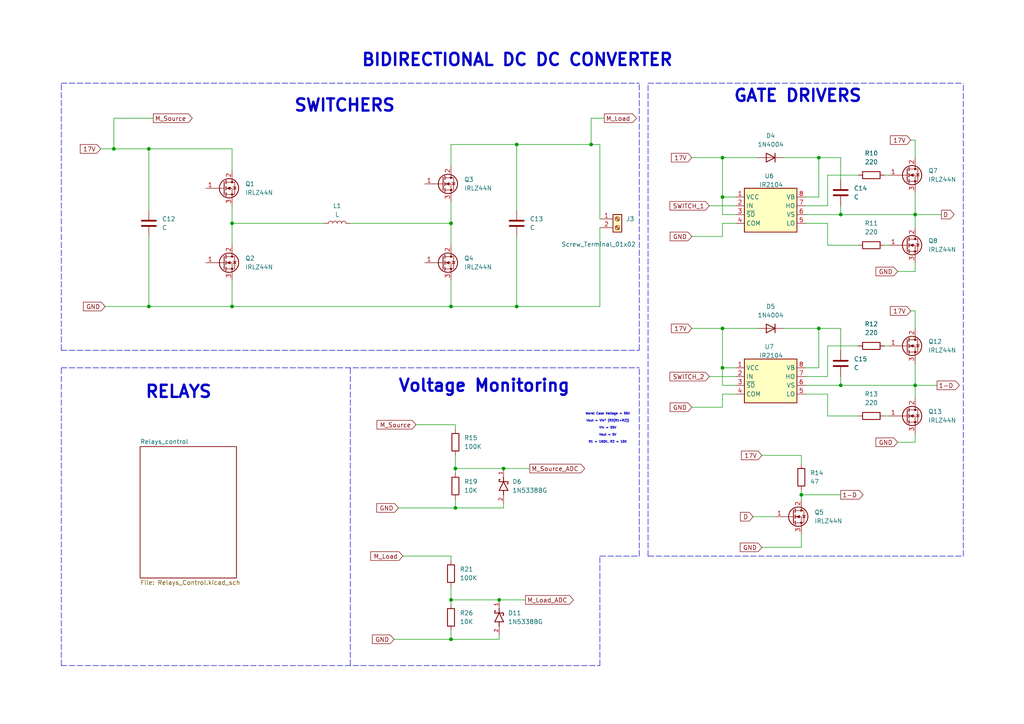
<source format=kicad_sch>
(kicad_sch (version 20250114) (generator "eeschema") (generator_version "9.0")
  (paper "A4")
  (title_block (title "BIDIRECTIONAL DC DC CONVERTER"))
  (lib_symbols
    (symbol "1N5338B:1N5338BG" (pin_names (offset 1.016))
      (property "Reference" "D" (at -5.08 2.54 0))
      (property "Value" "1N5338BG" (at -5.08 -3.81 0))
      (symbol "1N5338BG_0_0"
        (polyline (pts (xy -2.54 0) (xy -1.27 0)) (stroke (width 0.254)))
        (polyline (pts (xy -1.27 1.27) (xy -1.27 0)) (stroke (width 0.254)))
        (polyline (pts (xy -1.27 0) (xy -1.27 -1.27)) (stroke (width 0.254)))
        (polyline (pts (xy -1.27 -1.27) (xy 1.27 0)) (stroke (width 0.254)))
        (polyline (pts (xy 0.635 -1.016) (xy 0.635 -1.27)) (stroke (width 0.254)))
        (polyline (pts (xy 1.27 1.27) (xy 1.27 0)) (stroke (width 0.254)))
        (polyline (pts (xy 1.27 0) (xy -1.27 1.27)) (stroke (width 0.254)))
        (polyline (pts (xy 1.27 0) (xy 1.27 -1.27)) (stroke (width 0.254)))
        (polyline (pts (xy 1.27 -1.27) (xy 0.635 -1.27)) (stroke (width 0.254)))
        (polyline (pts (xy 1.905 1.27) (xy 1.27 1.27)) (stroke (width 0.254)))
        (polyline (pts (xy 1.905 1.27) (xy 1.905 1.016)) (stroke (width 0.254)))
        (polyline (pts (xy 2.54 0) (xy 1.27 0)) (stroke (width 0.254)))
        (pin passive line (at -5.08 0 0) (length 2.54) (name "~") (number "2"))
        (pin passive line (at 5.08 0 180) (length 2.54) (name "~") (number "1"))
      )
    )
    (symbol "Connector:Screw_Terminal_01x02" (pin_names (offset 1.016) (hide yes))
      (property "Reference" "J" (at 0 2.54 0))
      (property "Value" "Screw_Terminal_01x02" (at 0 -5.08 0))
      (symbol "Screw_Terminal_01x02_1_1"
        (rectangle (start -1.27 1.27) (end 1.27 -3.81) (stroke (width 0.254)) (fill (type background)))
        (polyline (pts (xy -0.5334 0.3302) (xy 0.3302 -0.508)) (stroke (width 0.1524)))
        (polyline (pts (xy -0.5334 -2.2098) (xy 0.3302 -3.048)) (stroke (width 0.1524)))
        (polyline (pts (xy -0.3556 0.508) (xy 0.508 -0.3302)) (stroke (width 0.1524)))
        (polyline (pts (xy -0.3556 -2.032) (xy 0.508 -2.8702)) (stroke (width 0.1524)))
        (circle (center 0 0) (radius 0.635) (stroke (width 0.1524)))
        (circle (center 0 -2.54) (radius 0.635) (stroke (width 0.1524)))
        (pin passive line (at -5.08 0 0) (length 3.81) (name "Pin_1") (number "1"))
        (pin passive line (at -5.08 -2.54 0) (length 3.81) (name "Pin_2") (number "2"))
      )
    )
    (symbol "Device:C" (pin_numbers (hide yes)) (pin_names (offset 0.254))
      (property "Reference" "C" (at 0.635 2.54 0))
      (property "Value" "C" (at 0.635 -2.54 0))
      (symbol "C_0_1"
        (polyline (pts (xy -2.032 0.762) (xy 2.032 0.762)) (stroke (width 0.508)))
        (polyline (pts (xy -2.032 -0.762) (xy 2.032 -0.762)) (stroke (width 0.508)))
      )
      (symbol "C_1_1"
        (pin passive line (at 0 3.81 270) (length 2.794) (name "~") (number "1"))
        (pin passive line (at 0 -3.81 90) (length 2.794) (name "~") (number "2"))
      )
    )
    (symbol "Device:L" (pin_numbers (hide yes)) (pin_names (offset 1.016) (hide yes))
      (property "Reference" "L" (at -1.27 0 90))
      (property "Value" "L" (at 1.905 0 90))
      (symbol "L_0_1"
        (arc (start 0 2.54) (mid 0.6323 1.905) (end 0 1.27))
        (arc (start 0 1.27) (mid 0.6323 0.635) (end 0 0))
        (arc (start 0 0) (mid 0.6323 -0.635) (end 0 -1.27))
        (arc (start 0 -1.27) (mid 0.6323 -1.905) (end 0 -2.54))
      )
      (symbol "L_1_1"
        (pin passive line (at 0 3.81 270) (length 1.27) (name "1") (number "1"))
        (pin passive line (at 0 -3.81 90) (length 1.27) (name "2") (number "2"))
      )
    )
    (symbol "Device:R" (pin_numbers (hide yes)) (pin_names (offset 0))
      (property "Reference" "R" (at 2.032 0 90))
      (property "Value" "R" (at 0 0 90))
      (symbol "R_0_1"
        (rectangle (start -1.016 -2.54) (end 1.016 2.54) (stroke (width 0.254)))
      )
      (symbol "R_1_1"
        (pin passive line (at 0 3.81 270) (length 1.27) (name "~") (number "1"))
        (pin passive line (at 0 -3.81 90) (length 1.27) (name "~") (number "2"))
      )
    )
    (symbol "Diode:1N4004" (pin_numbers (hide yes)) (pin_names (hide yes))
      (property "Reference" "D" (at 0 2.54 0))
      (property "Value" "1N4004" (at 0 -2.54 0))
      (symbol "1N4004_0_1"
        (polyline (pts (xy -1.27 1.27) (xy -1.27 -1.27)) (stroke (width 0.254)))
        (polyline (pts (xy 1.27 1.27) (xy 1.27 -1.27) (xy -1.27 0) (xy 1.27 1.27)) (stroke (width 0.254)))
        (polyline (pts (xy 1.27 0) (xy -1.27 0)))
      )
      (symbol "1N4004_1_1"
        (pin passive line (at -3.81 0 0) (length 2.54) (name "K") (number "1"))
        (pin passive line (at 3.81 0 180) (length 2.54) (name "A") (number "2"))
      )
    )
    (symbol "IR2104_2"
      (property "Reference" "U6" (at -0.508 3.556 0))
      (property "Value" "IR2104" (at -2.032 1.016 0))
      (symbol "IR2104_2_0_1"
        (rectangle (start -6.35 0) (end 8.89 -12.7) (stroke (width 0.254)) (fill (type background)))
      )
      (symbol "IR2104_2_1_1"
        (pin power_in line (at -8.89 -2.54 0) (length 2.54) (name "VCC") (number "1"))
        (pin input line (at -8.89 -5.08 0) (length 2.54) (name "IN") (number "2"))
        (pin input line (at -8.89 -7.62 0) (length 2.54) (name "~{SD}") (number "3"))
        (pin power_in line (at -8.89 -10.16 0) (length 2.54) (name "COM") (number "4"))
        (pin passive line (at 11.43 -2.54 180) (length 2.54) (name "VB") (number "8"))
        (pin output line (at 11.43 -5.08 180) (length 2.54) (name "HO") (number "7"))
        (pin passive line (at 11.43 -7.62 180) (length 2.54) (name "VS") (number "6"))
        (pin output line (at 11.43 -10.16 180) (length 2.54) (name "LO") (number "5"))
      )
    )
    (symbol "Transistor_FET:IRLZ44N" (pin_names (hide yes))
      (property "Reference" "Q" (at 5.08 1.905 0))
      (property "Value" "IRLZ44N" (at 5.08 0 0))
      (symbol "IRLZ44N_0_1"
        (polyline (pts (xy 0.254 1.905) (xy 0.254 -1.905)) (stroke (width 0.254)))
        (polyline (pts (xy 0.254 0) (xy -2.54 0)))
        (polyline (pts (xy 0.762 2.286) (xy 0.762 1.27)) (stroke (width 0.254)))
        (polyline (pts (xy 0.762 0.508) (xy 0.762 -0.508)) (stroke (width 0.254)))
        (polyline (pts (xy 0.762 -1.27) (xy 0.762 -2.286)) (stroke (width 0.254)))
        (polyline (pts (xy 0.762 -1.778) (xy 3.302 -1.778) (xy 3.302 1.778) (xy 0.762 1.778)))
        (polyline (pts (xy 1.016 0) (xy 2.032 0.381) (xy 2.032 -0.381) (xy 1.016 0)) (fill (type outline)))
        (circle (center 1.651 0) (radius 2.794) (stroke (width 0.254)))
        (polyline (pts (xy 2.54 2.54) (xy 2.54 1.778)))
        (circle (center 2.54 1.778) (radius 0.254) (fill (type outline)))
        (circle (center 2.54 -1.778) (radius 0.254) (fill (type outline)))
        (polyline (pts (xy 2.54 -2.54) (xy 2.54 0) (xy 0.762 0)))
        (polyline (pts (xy 2.794 0.508) (xy 2.921 0.381) (xy 3.683 0.381) (xy 3.81 0.254)))
        (polyline (pts (xy 3.302 0.381) (xy 2.921 -0.254) (xy 3.683 -0.254) (xy 3.302 0.381)))
      )
      (symbol "IRLZ44N_1_1"
        (pin input line (at -5.08 0 0) (length 2.54) (name "G") (number "1"))
        (pin passive line (at 2.54 5.08 270) (length 2.54) (name "D") (number "2"))
        (pin passive line (at 2.54 -5.08 90) (length 2.54) (name "S") (number "3"))
      )
    )
  )
  (text "BIDIRECTIONAL DC DC CONVERTER" (at 104.648 19.558 0) (effects (font (size 3.5 3.5) (thickness 0.7) (bold yes)) (justify left bottom)))
  (text "RELAYS" (at 41.91 115.824 0) (effects (font (size 3.5 3.5) (thickness 0.7) (bold yes)) (justify left bottom)))
  (text "GATE DRIVERS\n" (at 212.598 29.972 0) (effects (font (size 3.5 3.5) (thickness 0.7) (bold yes)) (justify left bottom)))
  (text "Voltage Monitoring" (at 115.316 114.046 0) (effects (font (size 3.5 3.5) (thickness 0.7) (bold yes)) (justify left bottom)))
  (text "SWITCHERS" (at 85.09 32.766 0) (effects (font (size 3.5 3.5) (thickness 0.7) (bold yes)) (justify left bottom)))
  (text "Worst Case Voltage = 55V\n\nVout = Vin* (R2(R1+R2))\n\nVin = 55V\n\nVout = 5V\n\nR1 = 100K, R2 = 10K" (at 176.276 124.206 0) (effects (font (size 0.635 0.635))))
  (junction (at 130.81 88.9))
  (junction (at 67.31 64.77))
  (junction (at 265.43 62.23))
  (junction (at 243.84 111.76))
  (junction (at 130.81 64.77))
  (junction (at 67.31 88.9))
  (junction (at 43.18 43.18))
  (junction (at 149.86 88.9))
  (junction (at 130.81 173.99))
  (junction (at 171.45 41.91))
  (junction (at 237.49 95.25))
  (junction (at 146.05 135.89))
  (junction (at 43.18 88.9))
  (junction (at 132.08 135.89))
  (junction (at 149.86 41.91))
  (junction (at 209.55 95.25))
  (junction (at 33.02 43.18))
  (junction (at 237.49 45.72))
  (junction (at 209.55 45.72))
  (junction (at 209.55 106.68))
  (junction (at 265.43 111.76))
  (junction (at 232.41 143.51))
  (junction (at 209.55 57.15))
  (junction (at 130.81 185.42))
  (junction (at 132.08 147.32))
  (junction (at 144.78 173.99))
  (junction (at 243.84 62.23))
  (wire (pts (xy 233.68 57.15) (xy 237.49 57.15)))
  (wire (pts (xy 232.41 142.24) (xy 232.41 143.51)))
  (wire (pts (xy 44.45 34.29) (xy 33.02 34.29)))
  (wire (pts (xy 209.55 95.25) (xy 219.71 95.25)))
  (wire (pts (xy 209.55 114.3) (xy 209.55 118.11)))
  (wire (pts (xy 33.02 43.18) (xy 43.18 43.18)))
  (polyline (pts (xy 17.78 101.6) (xy 17.78 24.13)) (stroke (width 0) (type dash)))
  (wire (pts (xy 67.31 64.77) (xy 67.31 71.12)))
  (polyline (pts (xy 17.78 106.68) (xy 185.42 106.68)) (stroke (width 0) (type dash)))
  (wire (pts (xy 232.41 143.51) (xy 243.84 143.51)))
  (wire (pts (xy 43.18 68.58) (xy 43.18 88.9)))
  (wire (pts (xy 265.43 125.73) (xy 265.43 128.27)))
  (wire (pts (xy 240.03 50.8) (xy 248.92 50.8)))
  (wire (pts (xy 243.84 109.22) (xy 243.84 111.76)))
  (wire (pts (xy 149.86 88.9) (xy 130.81 88.9)))
  (wire (pts (xy 144.78 185.42) (xy 130.81 185.42)))
  (wire (pts (xy 132.08 123.19) (xy 120.65 123.19)))
  (wire (pts (xy 243.84 101.6) (xy 243.84 95.25)))
  (wire (pts (xy 130.81 64.77) (xy 130.81 71.12)))
  (wire (pts (xy 240.03 71.12) (xy 240.03 64.77)))
  (polyline (pts (xy 17.78 193.04) (xy 173.99 193.04)) (stroke (width 0) (type dash)))
  (wire (pts (xy 132.08 124.46) (xy 132.08 123.19)))
  (wire (pts (xy 205.74 59.69) (xy 213.36 59.69)))
  (wire (pts (xy 213.36 64.77) (xy 209.55 64.77)))
  (wire (pts (xy 256.54 100.33) (xy 257.81 100.33)))
  (wire (pts (xy 265.43 111.76) (xy 265.43 115.57)))
  (wire (pts (xy 144.78 184.15) (xy 144.78 185.42)))
  (wire (pts (xy 200.66 45.72) (xy 209.55 45.72)))
  (wire (pts (xy 114.3 185.42) (xy 130.81 185.42)))
  (polyline (pts (xy 17.78 101.6) (xy 185.42 101.6)) (stroke (width 0) (type dash)))
  (wire (pts (xy 248.92 71.12) (xy 240.03 71.12)))
  (wire (pts (xy 243.84 111.76) (xy 233.68 111.76)))
  (wire (pts (xy 213.36 111.76) (xy 209.55 111.76)))
  (wire (pts (xy 171.45 34.29) (xy 175.26 34.29)))
  (wire (pts (xy 243.84 52.07) (xy 243.84 45.72)))
  (wire (pts (xy 237.49 45.72) (xy 227.33 45.72)))
  (wire (pts (xy 256.54 71.12) (xy 257.81 71.12)))
  (wire (pts (xy 171.45 34.29) (xy 171.45 41.91)))
  (wire (pts (xy 146.05 135.89) (xy 153.67 135.89)))
  (wire (pts (xy 265.43 40.64) (xy 264.16 40.64)))
  (wire (pts (xy 240.03 59.69) (xy 240.03 50.8)))
  (wire (pts (xy 130.81 81.28) (xy 130.81 88.9)))
  (polyline (pts (xy 279.4 161.29) (xy 279.4 24.13)) (stroke (width 0) (type dash)))
  (wire (pts (xy 130.81 182.88) (xy 130.81 185.42)))
  (wire (pts (xy 43.18 43.18) (xy 67.31 43.18)))
  (wire (pts (xy 232.41 143.51) (xy 232.41 144.78)))
  (wire (pts (xy 233.68 59.69) (xy 240.03 59.69)))
  (wire (pts (xy 149.86 41.91) (xy 171.45 41.91)))
  (wire (pts (xy 132.08 135.89) (xy 132.08 137.16)))
  (polyline (pts (xy 17.78 24.13) (xy 185.42 24.13)) (stroke (width 0) (type dash)))
  (polyline (pts (xy 185.42 161.29) (xy 185.42 106.68)) (stroke (width 0) (type dash)))
  (wire (pts (xy 200.66 68.58) (xy 209.55 68.58)))
  (wire (pts (xy 130.81 88.9) (xy 67.31 88.9)))
  (wire (pts (xy 265.43 78.74) (xy 260.35 78.74)))
  (wire (pts (xy 243.84 95.25) (xy 237.49 95.25)))
  (wire (pts (xy 237.49 95.25) (xy 227.33 95.25)))
  (wire (pts (xy 243.84 59.69) (xy 243.84 62.23)))
  (wire (pts (xy 213.36 106.68) (xy 209.55 106.68)))
  (wire (pts (xy 209.55 64.77) (xy 209.55 68.58)))
  (wire (pts (xy 243.84 62.23) (xy 265.43 62.23)))
  (wire (pts (xy 200.66 118.11) (xy 209.55 118.11)))
  (wire (pts (xy 209.55 111.76) (xy 209.55 106.68)))
  (wire (pts (xy 67.31 88.9) (xy 67.31 81.28)))
  (wire (pts (xy 218.44 149.86) (xy 224.79 149.86)))
  (wire (pts (xy 265.43 90.17) (xy 264.16 90.17)))
  (wire (pts (xy 240.03 114.3) (xy 233.68 114.3)))
  (wire (pts (xy 67.31 64.77) (xy 93.98 64.77)))
  (wire (pts (xy 144.78 173.99) (xy 152.4 173.99)))
  (wire (pts (xy 265.43 128.27) (xy 260.35 128.27)))
  (wire (pts (xy 130.81 41.91) (xy 149.86 41.91)))
  (wire (pts (xy 243.84 62.23) (xy 233.68 62.23)))
  (wire (pts (xy 240.03 64.77) (xy 233.68 64.77)))
  (wire (pts (xy 209.55 106.68) (xy 209.55 95.25)))
  (wire (pts (xy 130.81 41.91) (xy 130.81 48.26)))
  (wire (pts (xy 67.31 59.69) (xy 67.31 64.77)))
  (wire (pts (xy 243.84 111.76) (xy 265.43 111.76)))
  (wire (pts (xy 132.08 144.78) (xy 132.08 147.32)))
  (wire (pts (xy 101.6 64.77) (xy 130.81 64.77)))
  (wire (pts (xy 116.84 161.29) (xy 130.81 161.29)))
  (wire (pts (xy 248.92 120.65) (xy 240.03 120.65)))
  (wire (pts (xy 265.43 95.25) (xy 265.43 90.17)))
  (polyline (pts (xy 187.96 24.13) (xy 279.4 24.13)) (stroke (width 0) (type dash)))
  (wire (pts (xy 146.05 147.32) (xy 132.08 147.32)))
  (wire (pts (xy 149.86 60.96) (xy 149.86 41.91)))
  (polyline (pts (xy 101.6 193.04) (xy 101.6 106.68)) (stroke (width 0) (type dash)))
  (polyline (pts (xy 17.78 193.04) (xy 17.78 106.68)) (stroke (width 0) (type dash)))
  (wire (pts (xy 173.99 66.04) (xy 173.99 88.9)))
  (wire (pts (xy 213.36 114.3) (xy 209.55 114.3)))
  (wire (pts (xy 265.43 111.76) (xy 271.78 111.76)))
  (wire (pts (xy 240.03 109.22) (xy 240.03 100.33)))
  (wire (pts (xy 132.08 135.89) (xy 146.05 135.89)))
  (wire (pts (xy 115.57 147.32) (xy 132.08 147.32)))
  (polyline (pts (xy 173.99 161.29) (xy 185.42 161.29)) (stroke (width 0) (type dash)))
  (wire (pts (xy 213.36 62.23) (xy 209.55 62.23)))
  (wire (pts (xy 43.18 60.96) (xy 43.18 43.18)))
  (wire (pts (xy 265.43 62.23) (xy 265.43 66.04)))
  (wire (pts (xy 240.03 100.33) (xy 248.92 100.33)))
  (wire (pts (xy 130.81 170.18) (xy 130.81 173.99)))
  (polyline (pts (xy 187.96 161.29) (xy 279.4 161.29)) (stroke (width 0) (type dash)))
  (wire (pts (xy 132.08 132.08) (xy 132.08 135.89)))
  (wire (pts (xy 67.31 43.18) (xy 67.31 49.53)))
  (wire (pts (xy 220.98 132.08) (xy 232.41 132.08)))
  (polyline (pts (xy 187.96 161.29) (xy 187.96 24.13)) (stroke (width 0) (type dash)))
  (wire (pts (xy 173.99 41.91) (xy 173.99 63.5)))
  (wire (pts (xy 237.49 106.68) (xy 237.49 95.25)))
  (wire (pts (xy 256.54 50.8) (xy 257.81 50.8)))
  (wire (pts (xy 232.41 158.75) (xy 220.98 158.75)))
  (wire (pts (xy 232.41 154.94) (xy 232.41 158.75)))
  (wire (pts (xy 130.81 162.56) (xy 130.81 161.29)))
  (wire (pts (xy 205.74 109.22) (xy 213.36 109.22)))
  (wire (pts (xy 29.21 43.18) (xy 33.02 43.18)))
  (wire (pts (xy 265.43 76.2) (xy 265.43 78.74)))
  (wire (pts (xy 265.43 55.88) (xy 265.43 62.23)))
  (polyline (pts (xy 185.42 101.6) (xy 185.42 24.13)) (stroke (width 0) (type dash)))
  (wire (pts (xy 233.68 106.68) (xy 237.49 106.68)))
  (wire (pts (xy 209.55 57.15) (xy 209.55 45.72)))
  (wire (pts (xy 213.36 57.15) (xy 209.55 57.15)))
  (wire (pts (xy 149.86 68.58) (xy 149.86 88.9)))
  (polyline (pts (xy 173.99 193.04) (xy 173.99 161.29)) (stroke (width 0) (type dash)))
  (wire (pts (xy 173.99 88.9) (xy 149.86 88.9)))
  (wire (pts (xy 265.43 62.23) (xy 273.05 62.23)))
  (wire (pts (xy 265.43 105.41) (xy 265.43 111.76)))
  (wire (pts (xy 200.66 95.25) (xy 209.55 95.25)))
  (wire (pts (xy 43.18 88.9) (xy 67.31 88.9)))
  (wire (pts (xy 240.03 120.65) (xy 240.03 114.3)))
  (wire (pts (xy 233.68 109.22) (xy 240.03 109.22)))
  (wire (pts (xy 130.81 173.99) (xy 144.78 173.99)))
  (wire (pts (xy 265.43 45.72) (xy 265.43 40.64)))
  (wire (pts (xy 209.55 62.23) (xy 209.55 57.15)))
  (wire (pts (xy 130.81 173.99) (xy 130.81 175.26)))
  (wire (pts (xy 256.54 120.65) (xy 257.81 120.65)))
  (wire (pts (xy 33.02 34.29) (xy 33.02 43.18)))
  (wire (pts (xy 232.41 132.08) (xy 232.41 134.62)))
  (wire (pts (xy 237.49 57.15) (xy 237.49 45.72)))
  (wire (pts (xy 209.55 45.72) (xy 219.71 45.72)))
  (wire (pts (xy 146.05 146.05) (xy 146.05 147.32)))
  (wire (pts (xy 30.48 88.9) (xy 43.18 88.9)))
  (wire (pts (xy 171.45 41.91) (xy 173.99 41.91)))
  (wire (pts (xy 130.81 58.42) (xy 130.81 64.77)))
  (wire (pts (xy 243.84 45.72) (xy 237.49 45.72)))
  (global_label "SWITCH_1" (shape input) (at 205.74 59.69 180) (property "Intersheetrefs" "${INTERSHEET_REFS}" (effects (hide yes))))
  (global_label "GND" (shape input) (at 260.35 128.27 180) (property "Intersheetrefs" "${INTERSHEET_REFS}" (effects (hide yes))))
  (global_label "17V" (shape input) (at 200.66 95.25 180) (property "Intersheetrefs" "${INTERSHEET_REFS}" (effects (hide yes))))
  (global_label "GND" (shape input) (at 30.48 88.9 180) (property "Intersheetrefs" "${INTERSHEET_REFS}" (effects (hide yes))))
  (global_label "SWITCH_2" (shape input) (at 205.74 109.22 180) (property "Intersheetrefs" "${INTERSHEET_REFS}" (effects (hide yes))))
  (global_label "GND" (shape input) (at 200.66 118.11 180) (property "Intersheetrefs" "${INTERSHEET_REFS}" (effects (hide yes))))
  (global_label "17V" (shape input) (at 264.16 40.64 180) (property "Intersheetrefs" "${INTERSHEET_REFS}" (effects (hide yes))))
  (global_label "GND" (shape input) (at 260.35 78.74 180) (property "Intersheetrefs" "${INTERSHEET_REFS}" (effects (hide yes))))
  (global_label "GND" (shape input) (at 114.3 185.42 180) (property "Intersheetrefs" "${INTERSHEET_REFS}" (effects (hide yes))))
  (global_label "M_Load_ADC" (shape output) (at 152.4 173.99 0) (property "Intersheetrefs" "${INTERSHEET_REFS}" (effects (hide yes))))
  (global_label "GND" (shape input) (at 200.66 68.58 180) (property "Intersheetrefs" "${INTERSHEET_REFS}" (effects (hide yes))))
  (global_label "17V" (shape input) (at 264.16 90.17 180) (property "Intersheetrefs" "${INTERSHEET_REFS}" (effects (hide yes))))
  (global_label "1-D" (shape output) (at 243.84 143.51 0) (property "Intersheetrefs" "${INTERSHEET_REFS}" (effects (hide yes))))
  (global_label "D" (shape output) (at 273.05 62.23 0) (property "Intersheetrefs" "${INTERSHEET_REFS}" (effects (hide yes))))
  (global_label "17V" (shape input) (at 200.66 45.72 180) (property "Intersheetrefs" "${INTERSHEET_REFS}" (effects (hide yes))))
  (global_label "D" (shape input) (at 218.44 149.86 180) (property "Intersheetrefs" "${INTERSHEET_REFS}" (effects (hide yes))))
  (global_label "M_Load" (shape output) (at 175.26 34.29 0) (property "Intersheetrefs" "${INTERSHEET_REFS}" (effects (hide yes))))
  (global_label "M_Source" (shape output) (at 44.45 34.29 0) (property "Intersheetrefs" "${INTERSHEET_REFS}" (effects (hide yes))))
  (global_label "17V" (shape input) (at 29.21 43.18 180) (property "Intersheetrefs" "${INTERSHEET_REFS}" (effects (hide yes))))
  (global_label "17V" (shape input) (at 220.98 132.08 180) (property "Intersheetrefs" "${INTERSHEET_REFS}" (effects (hide yes))))
  (global_label "GND" (shape input) (at 220.98 158.75 180) (property "Intersheetrefs" "${INTERSHEET_REFS}" (effects (hide yes))))
  (global_label "M_Load" (shape input) (at 116.84 161.29 180) (property "Intersheetrefs" "${INTERSHEET_REFS}" (effects (hide yes))))
  (global_label "1-D" (shape output) (at 271.78 111.76 0) (property "Intersheetrefs" "${INTERSHEET_REFS}" (effects (hide yes))))
  (global_label "M_Source" (shape input) (at 120.65 123.19 180) (property "Intersheetrefs" "${INTERSHEET_REFS}" (effects (hide yes))))
  (global_label "M_Source_ADC" (shape output) (at 153.67 135.89 0) (property "Intersheetrefs" "${INTERSHEET_REFS}" (effects (hide yes))))
  (global_label "GND" (shape input) (at 115.57 147.32 180) (property "Intersheetrefs" "${INTERSHEET_REFS}" (effects (hide yes))))
  (symbol (lib_id "Device:C") (at 149.86 64.77 0) (unit 1)
    (property "Reference" "C13" (at 153.67 63.4999 0) (effects (justify left)))
    (property "Value" "C" (at 153.67 66.0399 0) (effects (justify left)))
    (property "Description" "Unpolarized capacitor" (effects (hide yes)))
  )
  (symbol (lib_id "Transistor_FET:IRLZ44N") (at 262.89 71.12 0) (unit 1)
    (property "Reference" "Q8" (at 269.24 69.8499 0) (effects (justify left)))
    (property "Value" "IRLZ44N" (at 269.24 72.3899 0) (effects (justify left)))
    (property "Footprint" "Package_TO_SOT_THT:TO-220-3_Vertical" (effects (hide yes)))
    (property "Datasheet" "http://www.irf.com/product-info/datasheets/data/irlz44n.pdf" (effects (hide yes)))
    (property "Description" "47A Id, 55V Vds, 22mOhm Rds Single N-Channel HEXFET Power MOSFET, TO-220AB" (effects (hide yes)))
  )
  (symbol (lib_id "Device:R") (at 132.08 140.97 0) (unit 1)
    (property "Reference" "R19" (at 134.62 139.6999 0) (effects (justify left)))
    (property "Value" "10K" (at 134.62 142.2399 0) (effects (justify left)))
    (property "Description" "Resistor" (effects (hide yes)))
  )
  (symbol (lib_id "Device:L") (at 97.79 64.77 90) (unit 1)
    (property "Reference" "L1" (at 97.79 59.69 90))
    (property "Value" "L" (at 97.79 62.23 90))
    (property "Description" "Inductor" (effects (hide yes)))
  )
  (symbol (lib_id "Device:C") (at 243.84 55.88 0) (unit 1)
    (property "Reference" "C14" (at 247.65 54.6099 0) (effects (justify left)))
    (property "Value" "C" (at 247.65 57.1499 0) (effects (justify left)))
    (property "Description" "Unpolarized capacitor" (effects (hide yes)))
  )
  (symbol (lib_id "Device:R") (at 130.81 166.37 0) (unit 1)
    (property "Reference" "R21" (at 133.35 165.0999 0) (effects (justify left)))
    (property "Value" "100K" (at 133.35 167.6399 0) (effects (justify left)))
    (property "Description" "Resistor" (effects (hide yes)))
  )
  (symbol (lib_id "Device:R") (at 252.73 50.8 270) (unit 1)
    (property "Reference" "R10" (at 252.73 44.45 90))
    (property "Value" "220" (at 252.73 46.99 90))
    (property "Description" "Resistor" (effects (hide yes)))
  )
  (symbol (lib_id "Device:R") (at 130.81 179.07 0) (unit 1)
    (property "Reference" "R26" (at 133.35 177.7999 0) (effects (justify left)))
    (property "Value" "10K" (at 133.35 180.3399 0) (effects (justify left)))
    (property "Description" "Resistor" (effects (hide yes)))
  )
  (symbol (lib_id "Transistor_FET:IRLZ44N") (at 128.27 76.2 0) (unit 1)
    (property "Reference" "Q4" (at 134.62 74.9299 0) (effects (justify left)))
    (property "Value" "IRLZ44N" (at 134.62 77.4699 0) (effects (justify left)))
    (property "Footprint" "Package_TO_SOT_THT:TO-220-3_Vertical" (effects (hide yes)))
    (property "Datasheet" "http://www.irf.com/product-info/datasheets/data/irlz44n.pdf" (effects (hide yes)))
    (property "Description" "47A Id, 55V Vds, 22mOhm Rds Single N-Channel HEXFET Power MOSFET, TO-220AB" (effects (hide yes)))
  )
  (symbol (lib_id "Device:R") (at 132.08 128.27 0) (unit 1)
    (property "Reference" "R15" (at 134.62 126.9999 0) (effects (justify left)))
    (property "Value" "100K" (at 134.62 129.5399 0) (effects (justify left)))
    (property "Description" "Resistor" (effects (hide yes)))
  )
  (symbol (lib_id "Transistor_FET:IRLZ44N") (at 64.77 76.2 0) (unit 1)
    (property "Reference" "Q2" (at 71.12 74.9299 0) (effects (justify left)))
    (property "Value" "IRLZ44N" (at 71.12 77.4699 0) (effects (justify left)))
    (property "Footprint" "Package_TO_SOT_THT:TO-220-3_Vertical" (effects (hide yes)))
    (property "Datasheet" "http://www.irf.com/product-info/datasheets/data/irlz44n.pdf" (effects (hide yes)))
    (property "Description" "47A Id, 55V Vds, 22mOhm Rds Single N-Channel HEXFET Power MOSFET, TO-220AB" (effects (hide yes)))
  )
  (symbol (lib_id "1N5338B:1N5338BG") (at 144.78 179.07 90) (unit 1)
    (property "Reference" "D11" (at 147.32 177.7999 90) (effects (justify right)))
    (property "Value" "1N5338BG" (at 147.32 180.3399 90) (effects (justify right)))
    (property "Footprint" "1N5338BG:DIOAD1543W101L863D368" (effects (hide yes)))
    (property "MF" "ON Semiconductor" (effects (hide yes)))
    (property "MAXIMUM_PACKAGE_HEIGHT" "3.68mm" (effects (hide yes)))
    (property "Package" "AXIAL-2 ON Semiconductor" (effects (hide yes)))
    (property "Price" "None" (effects (hide yes)))
    (property "Check_prices" "https://www.snapeda.com/parts/1N5338BG/Onsemi/view-part/?ref=eda" (effects (hide yes)))
    (property "STANDARD" "IPC 7351B" (effects (hide yes)))
    (property "PARTREV" "O" (effects (hide yes)))
    (property "SnapEDA_Link" "https://www.snapeda.com/parts/1N5338BG/Onsemi/view-part/?ref=snap" (effects (hide yes)))
    (property "MP" "1N5338BG" (effects (hide yes)))
    (property "Description_1" "Diode Zener Single 5.1V 5% 5W 2-Pin Case 017AA-01 Bulk" (effects (hide yes)))
    (property "Availability" "In Stock" (effects (hide yes)))
    (property "MANUFACTURER" "Onsemi" (effects (hide yes)))
  )
  (symbol (lib_id "Device:R") (at 232.41 138.43 0) (unit 1)
    (property "Reference" "R14" (at 234.95 137.1599 0) (effects (justify left)))
    (property "Value" "47" (at 234.95 139.6999 0) (effects (justify left)))
    (property "Description" "Resistor" (effects (hide yes)))
  )
  (symbol (lib_id "Transistor_FET:IRLZ44N") (at 64.77 54.61 0) (unit 1)
    (property "Reference" "Q1" (at 71.12 53.3399 0) (effects (justify left)))
    (property "Value" "IRLZ44N" (at 71.12 55.8799 0) (effects (justify left)))
    (property "Footprint" "Package_TO_SOT_THT:TO-220-3_Vertical" (effects (hide yes)))
    (property "Datasheet" "http://www.irf.com/product-info/datasheets/data/irlz44n.pdf" (effects (hide yes)))
    (property "Description" "47A Id, 55V Vds, 22mOhm Rds Single N-Channel HEXFET Power MOSFET, TO-220AB" (effects (hide yes)))
  )
  (symbol (lib_id "Device:C") (at 43.18 64.77 0) (unit 1)
    (property "Reference" "C12" (at 46.99 63.4999 0) (effects (justify left)))
    (property "Value" "C" (at 46.99 66.0399 0) (effects (justify left)))
    (property "Description" "Unpolarized capacitor" (effects (hide yes)))
  )
  (symbol (lib_id "Diode:1N4004") (at 223.52 45.72 180) (unit 1)
    (property "Reference" "D4" (at 223.52 39.37 0))
    (property "Value" "1N4004" (at 223.52 41.91 0))
    (property "Footprint" "Diode_THT:D_DO-41_SOD81_P10.16mm_Horizontal" (effects (hide yes)))
    (property "Datasheet" "http://www.vishay.com/docs/88503/1n4001.pdf" (effects (hide yes)))
    (property "Description" "400V 1A General Purpose Rectifier Diode, DO-41" (effects (hide yes)))
    (property "Sim.Device" "D" (effects (hide yes)))
    (property "Sim.Pins" "1=K 2=A" (effects (hide yes)))
  )
  (symbol (lib_id "Device:R") (at 252.73 120.65 270) (unit 1)
    (property "Reference" "R13" (at 252.73 114.3 90))
    (property "Value" "220" (at 252.73 116.84 90))
    (property "Description" "Resistor" (effects (hide yes)))
  )
  (symbol (lib_id "Transistor_FET:IRLZ44N") (at 128.27 53.34 0) (unit 1)
    (property "Reference" "Q3" (at 134.62 52.0699 0) (effects (justify left)))
    (property "Value" "IRLZ44N" (at 134.62 54.6099 0) (effects (justify left)))
    (property "Footprint" "Package_TO_SOT_THT:TO-220-3_Vertical" (effects (hide yes)))
    (property "Datasheet" "http://www.irf.com/product-info/datasheets/data/irlz44n.pdf" (effects (hide yes)))
    (property "Description" "47A Id, 55V Vds, 22mOhm Rds Single N-Channel HEXFET Power MOSFET, TO-220AB" (effects (hide yes)))
  )
  (symbol (lib_id "Device:R") (at 252.73 100.33 270) (unit 1)
    (property "Reference" "R12" (at 252.73 93.98 90))
    (property "Value" "220" (at 252.73 96.52 90))
    (property "Description" "Resistor" (effects (hide yes)))
  )
  (symbol (lib_id "Device:R") (at 252.73 71.12 270) (unit 1)
    (property "Reference" "R11" (at 252.73 64.77 90))
    (property "Value" "220" (at 252.73 67.31 90))
    (property "Description" "Resistor" (effects (hide yes)))
  )
  (symbol (lib_id "1N5338B:1N5338BG") (at 146.05 140.97 90) (unit 1)
    (property "Reference" "D6" (at 148.59 139.6999 90) (effects (justify right)))
    (property "Value" "1N5338BG" (at 148.59 142.2399 90) (effects (justify right)))
    (property "Footprint" "1N5338BG:DIOAD1543W101L863D368" (effects (hide yes)))
    (property "MF" "ON Semiconductor" (effects (hide yes)))
    (property "MAXIMUM_PACKAGE_HEIGHT" "3.68mm" (effects (hide yes)))
    (property "Package" "AXIAL-2 ON Semiconductor" (effects (hide yes)))
    (property "Price" "None" (effects (hide yes)))
    (property "Check_prices" "https://www.snapeda.com/parts/1N5338BG/Onsemi/view-part/?ref=eda" (effects (hide yes)))
    (property "STANDARD" "IPC 7351B" (effects (hide yes)))
    (property "PARTREV" "O" (effects (hide yes)))
    (property "SnapEDA_Link" "https://www.snapeda.com/parts/1N5338BG/Onsemi/view-part/?ref=snap" (effects (hide yes)))
    (property "MP" "1N5338BG" (effects (hide yes)))
    (property "Description_1" "Diode Zener Single 5.1V 5% 5W 2-Pin Case 017AA-01 Bulk" (effects (hide yes)))
    (property "Availability" "In Stock" (effects (hide yes)))
    (property "MANUFACTURER" "Onsemi" (effects (hide yes)))
  )
  (symbol (lib_id "Transistor_FET:IRLZ44N") (at 262.89 120.65 0) (unit 1)
    (property "Reference" "Q13" (at 269.24 119.3799 0) (effects (justify left)))
    (property "Value" "IRLZ44N" (at 269.24 121.9199 0) (effects (justify left)))
    (property "Footprint" "Package_TO_SOT_THT:TO-220-3_Vertical" (effects (hide yes)))
    (property "Datasheet" "http://www.irf.com/product-info/datasheets/data/irlz44n.pdf" (effects (hide yes)))
    (property "Description" "47A Id, 55V Vds, 22mOhm Rds Single N-Channel HEXFET Power MOSFET, TO-220AB" (effects (hide yes)))
  )
  (symbol (lib_id "Diode:1N4004") (at 223.52 95.25 180) (unit 1)
    (property "Reference" "D5" (at 223.52 88.9 0))
    (property "Value" "1N4004" (at 223.52 91.44 0))
    (property "Footprint" "Diode_THT:D_DO-41_SOD81_P10.16mm_Horizontal" (effects (hide yes)))
    (property "Datasheet" "http://www.vishay.com/docs/88503/1n4001.pdf" (effects (hide yes)))
    (property "Description" "400V 1A General Purpose Rectifier Diode, DO-41" (effects (hide yes)))
    (property "Sim.Device" "D" (effects (hide yes)))
    (property "Sim.Pins" "1=K 2=A" (effects (hide yes)))
  )
  (symbol (lib_id "Connector:Screw_Terminal_01x02") (at 179.07 63.5 0) (unit 1)
    (property "Reference" "J3" (at 181.61 63.4999 0) (effects (justify left)))
    (property "Value" "Screw_Terminal_01x02" (at 162.814 70.866 0) (effects (justify left)))
    (property "Footprint" "KF301-2P:KF301-2P" (effects (hide yes)))
  )
  (symbol (lib_name "IR2104_2") (lib_id "Driver_FET:IR2104") (at 222.25 104.14 0) (unit 1)
    (property "Reference" "U7" (at 221.742 100.584 0) (effects (justify left)))
    (property "Value" "IR2104" (at 220.218 103.124 0) (effects (justify left)))
    (property "Datasheet" "https://www.infineon.com/dgdl/ir2104.pdf?fileId=5546d462533600a4015355c7c1c31671" (effects (hide yes)))
    (property "Description" "Half-Bridge Driver, 600V, 210/360mA, PDIP-8/SOIC-8" (effects (hide yes)))
  )
  (symbol (lib_name "IR2104_2") (lib_id "Driver_FET:IR2104") (at 222.25 54.61 0) (unit 1)
    (property "Reference" "U6" (at 221.742 51.054 0) (effects (justify left)))
    (property "Value" "IR2104" (at 220.218 53.594 0) (effects (justify left)))
    (property "Datasheet" "https://www.infineon.com/dgdl/ir2104.pdf?fileId=5546d462533600a4015355c7c1c31671" (effects (hide yes)))
    (property "Description" "Half-Bridge Driver, 600V, 210/360mA, PDIP-8/SOIC-8" (effects (hide yes)))
  )
  (symbol (lib_id "Device:C") (at 243.84 105.41 0) (unit 1)
    (property "Reference" "C15" (at 247.65 104.1399 0) (effects (justify left)))
    (property "Value" "C" (at 247.65 106.6799 0) (effects (justify left)))
    (property "Description" "Unpolarized capacitor" (effects (hide yes)))
  )
  (symbol (lib_id "Transistor_FET:IRLZ44N") (at 262.89 50.8 0) (unit 1)
    (property "Reference" "Q7" (at 269.24 49.5299 0) (effects (justify left)))
    (property "Value" "IRLZ44N" (at 269.24 52.0699 0) (effects (justify left)))
    (property "Footprint" "Package_TO_SOT_THT:TO-220-3_Vertical" (effects (hide yes)))
    (property "Datasheet" "http://www.irf.com/product-info/datasheets/data/irlz44n.pdf" (effects (hide yes)))
    (property "Description" "47A Id, 55V Vds, 22mOhm Rds Single N-Channel HEXFET Power MOSFET, TO-220AB" (effects (hide yes)))
  )
  (symbol (lib_id "Transistor_FET:IRLZ44N") (at 229.87 149.86 0) (unit 1)
    (property "Reference" "Q5" (at 236.22 148.5899 0) (effects (justify left)))
    (property "Value" "IRLZ44N" (at 236.22 151.1299 0) (effects (justify left)))
    (property "Footprint" "Package_TO_SOT_THT:TO-220-3_Vertical" (effects (hide yes)))
    (property "Datasheet" "http://www.irf.com/product-info/datasheets/data/irlz44n.pdf" (effects (hide yes)))
    (property "Description" "47A Id, 55V Vds, 22mOhm Rds Single N-Channel HEXFET Power MOSFET, TO-220AB" (effects (hide yes)))
  )
  (symbol (lib_id "Transistor_FET:IRLZ44N") (at 262.89 100.33 0) (unit 1)
    (property "Reference" "Q12" (at 269.24 99.0599 0) (effects (justify left)))
    (property "Value" "IRLZ44N" (at 269.24 101.5999 0) (effects (justify left)))
    (property "Footprint" "Package_TO_SOT_THT:TO-220-3_Vertical" (effects (hide yes)))
    (property "Datasheet" "http://www.irf.com/product-info/datasheets/data/irlz44n.pdf" (effects (hide yes)))
    (property "Description" "47A Id, 55V Vds, 22mOhm Rds Single N-Channel HEXFET Power MOSFET, TO-220AB" (effects (hide yes)))
  )
  (sheet (at 40.64 129.54) (size 27.94 38.1) (stroke (width 0.1524))
    (property "Sheetname" "Relays_control" (at 40.64 128.8284 0) (effects (justify left bottom)))
    (property "Sheetfile" "Relays_Control.kicad_sch" (at 40.64 168.2246 0) (effects (justify left top)))
  )
)
</source>
